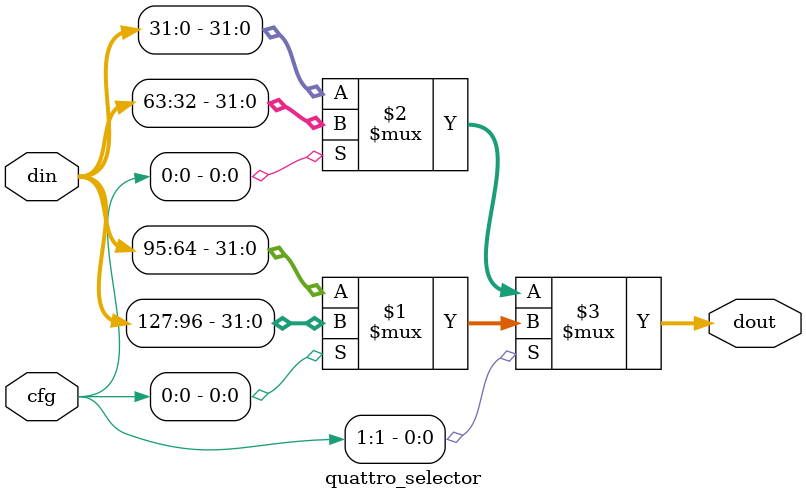
<source format=v>

`timescale 1 ns / 1 ps

module quattro_selector #
(
  parameter integer DOUT_WIDTH = 32
)
(
  input  wire [1:0]              cfg,
  input  wire [4*DOUT_WIDTH-1:0] din,
  output wire [DOUT_WIDTH-1:0]   dout
);

  assign dout = cfg[1] ? (cfg[0] ? din[4*DOUT_WIDTH-1:3*DOUT_WIDTH] : din[3*DOUT_WIDTH-1:2*DOUT_WIDTH]) : (cfg[0] ? din[2*DOUT_WIDTH-1:DOUT_WIDTH] : din[DOUT_WIDTH-1:0]);

endmodule

</source>
